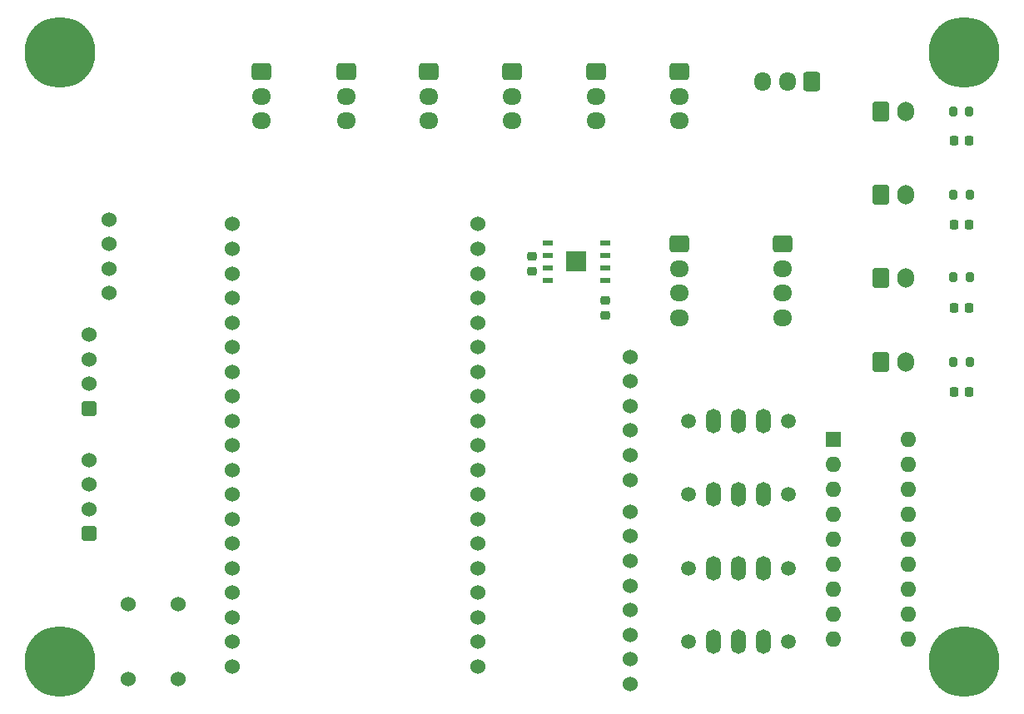
<source format=gts>
G04 #@! TF.GenerationSoftware,KiCad,Pcbnew,8.0.5*
G04 #@! TF.CreationDate,2024-10-17T19:22:02+09:00*
G04 #@! TF.ProjectId,circuit-esp32-base,63697263-7569-4742-9d65-737033322d62,rev?*
G04 #@! TF.SameCoordinates,Original*
G04 #@! TF.FileFunction,Soldermask,Top*
G04 #@! TF.FilePolarity,Negative*
%FSLAX46Y46*%
G04 Gerber Fmt 4.6, Leading zero omitted, Abs format (unit mm)*
G04 Created by KiCad (PCBNEW 8.0.5) date 2024-10-17 19:22:02*
%MOMM*%
%LPD*%
G01*
G04 APERTURE LIST*
G04 Aperture macros list*
%AMRoundRect*
0 Rectangle with rounded corners*
0 $1 Rounding radius*
0 $2 $3 $4 $5 $6 $7 $8 $9 X,Y pos of 4 corners*
0 Add a 4 corners polygon primitive as box body*
4,1,4,$2,$3,$4,$5,$6,$7,$8,$9,$2,$3,0*
0 Add four circle primitives for the rounded corners*
1,1,$1+$1,$2,$3*
1,1,$1+$1,$4,$5*
1,1,$1+$1,$6,$7*
1,1,$1+$1,$8,$9*
0 Add four rect primitives between the rounded corners*
20,1,$1+$1,$2,$3,$4,$5,0*
20,1,$1+$1,$4,$5,$6,$7,0*
20,1,$1+$1,$6,$7,$8,$9,0*
20,1,$1+$1,$8,$9,$2,$3,0*%
G04 Aperture macros list end*
%ADD10C,1.524000*%
%ADD11O,1.950000X1.700000*%
%ADD12RoundRect,0.250000X-0.725000X0.600000X-0.725000X-0.600000X0.725000X-0.600000X0.725000X0.600000X0*%
%ADD13RoundRect,0.218750X0.218750X0.256250X-0.218750X0.256250X-0.218750X-0.256250X0.218750X-0.256250X0*%
%ADD14RoundRect,0.200000X0.200000X0.275000X-0.200000X0.275000X-0.200000X-0.275000X0.200000X-0.275000X0*%
%ADD15O,1.500000X2.500000*%
%ADD16C,1.500000*%
%ADD17R,1.100000X0.500000*%
%ADD18R,2.000000X2.000000*%
%ADD19RoundRect,0.225000X0.250000X-0.225000X0.250000X0.225000X-0.250000X0.225000X-0.250000X-0.225000X0*%
%ADD20RoundRect,0.225000X-0.250000X0.225000X-0.250000X-0.225000X0.250000X-0.225000X0.250000X0.225000X0*%
%ADD21RoundRect,0.250000X-0.600000X-0.750000X0.600000X-0.750000X0.600000X0.750000X-0.600000X0.750000X0*%
%ADD22O,1.700000X2.000000*%
%ADD23RoundRect,0.250000X0.512000X-0.512000X0.512000X0.512000X-0.512000X0.512000X-0.512000X-0.512000X0*%
%ADD24C,7.200000*%
%ADD25R,1.600000X1.600000*%
%ADD26O,1.600000X1.600000*%
%ADD27RoundRect,0.250000X0.600000X0.725000X-0.600000X0.725000X-0.600000X-0.725000X0.600000X-0.725000X0*%
%ADD28O,1.700000X1.950000*%
G04 APERTURE END LIST*
D10*
X110960000Y-147310000D03*
X110960000Y-139690000D03*
X116040000Y-147310000D03*
X116040000Y-139690000D03*
D11*
X124500000Y-90500000D03*
X124500000Y-88000000D03*
D12*
X124500000Y-85500000D03*
X167000000Y-103000000D03*
D11*
X167000000Y-105500000D03*
X167000000Y-108000000D03*
X167000000Y-110500000D03*
D12*
X150000000Y-85500000D03*
D11*
X150000000Y-88000000D03*
X150000000Y-90500000D03*
D13*
X196500000Y-109525000D03*
X194925000Y-109525000D03*
X196500000Y-118025000D03*
X194925000Y-118025000D03*
D14*
X196537500Y-115025000D03*
X194887500Y-115025000D03*
X196542500Y-98025000D03*
X194892500Y-98025000D03*
D12*
X158500000Y-85500000D03*
D11*
X158500000Y-88000000D03*
X158500000Y-90500000D03*
D13*
X196500000Y-92525000D03*
X194925000Y-92525000D03*
D15*
X175580000Y-143500000D03*
X173040000Y-143500000D03*
X170500000Y-143500000D03*
D16*
X178120000Y-143500000D03*
X167960000Y-143500000D03*
D17*
X153650000Y-102870000D03*
X153650000Y-104140000D03*
X153650000Y-105410000D03*
X153650000Y-106680000D03*
X159450000Y-106680000D03*
X159450000Y-105410000D03*
X159450000Y-104140000D03*
X159450000Y-102870000D03*
D18*
X156550000Y-104775000D03*
D19*
X152000000Y-105775000D03*
X152000000Y-104225000D03*
D20*
X159500000Y-108725000D03*
X159500000Y-110275000D03*
D10*
X109000000Y-108000000D03*
X109000000Y-105500000D03*
X109000000Y-103000000D03*
X109000000Y-100500000D03*
D15*
X175580000Y-128500000D03*
X173040000Y-128500000D03*
X170500000Y-128500000D03*
D16*
X178120000Y-128500000D03*
X167960000Y-128500000D03*
D10*
X162000000Y-127000000D03*
X162000000Y-124500000D03*
X162000000Y-122000000D03*
X162000000Y-119500000D03*
X162000000Y-117000000D03*
X162000000Y-114500000D03*
D12*
X133100000Y-85500000D03*
D11*
X133100000Y-88000000D03*
X133100000Y-90500000D03*
D12*
X177500000Y-103000000D03*
D11*
X177500000Y-105500000D03*
X177500000Y-108000000D03*
X177500000Y-110500000D03*
D13*
X196500000Y-101025000D03*
X194925000Y-101025000D03*
D21*
X187500000Y-106500000D03*
D22*
X190000000Y-106500000D03*
D12*
X167000000Y-85500000D03*
D11*
X167000000Y-88000000D03*
X167000000Y-90500000D03*
D12*
X141500000Y-85500000D03*
D11*
X141500000Y-88000000D03*
X141500000Y-90500000D03*
D15*
X175580000Y-136000000D03*
X173040000Y-136000000D03*
X170500000Y-136000000D03*
D16*
X178120000Y-136000000D03*
X167960000Y-136000000D03*
D23*
X107000000Y-119750000D03*
D10*
X107000000Y-117250000D03*
X107000000Y-114750000D03*
X107000000Y-112250000D03*
D21*
X187500000Y-89500000D03*
D22*
X190000000Y-89500000D03*
D14*
X196500000Y-89560000D03*
X194850000Y-89560000D03*
D24*
X196000000Y-83500000D03*
X104000000Y-145500000D03*
D10*
X121500000Y-101000000D03*
X121500000Y-103500000D03*
X121500000Y-106000000D03*
X121500000Y-108500000D03*
X121500000Y-111000000D03*
X121500000Y-113500000D03*
X121500000Y-116000000D03*
X121500000Y-118500000D03*
X121500000Y-121000000D03*
X121500000Y-123500000D03*
X121500000Y-126000000D03*
X121500000Y-128500000D03*
X121500000Y-131000000D03*
X121500000Y-133500000D03*
X121500000Y-136000000D03*
X121500000Y-138500000D03*
X121500000Y-141000000D03*
X121500000Y-143500000D03*
X121500000Y-146000000D03*
X146500000Y-101000000D03*
X146500000Y-103500000D03*
X146500000Y-106000000D03*
X146500000Y-108500000D03*
X146500000Y-111000000D03*
X146500000Y-113500000D03*
X146500000Y-116000000D03*
X146500000Y-118500000D03*
X146500000Y-121000000D03*
X146500000Y-123500000D03*
X146500000Y-126000000D03*
X146500000Y-128500000D03*
X146500000Y-131000000D03*
X146500000Y-133500000D03*
X146500000Y-136000000D03*
X146500000Y-138500000D03*
X146500000Y-141000000D03*
X146500000Y-143500000D03*
X146500000Y-146000000D03*
D25*
X182700000Y-122850000D03*
D26*
X182700000Y-125390000D03*
X182700000Y-127930000D03*
X182700000Y-130470000D03*
X182700000Y-133010000D03*
X182700000Y-135550000D03*
X182700000Y-138090000D03*
X182700000Y-140630000D03*
X182700000Y-143170000D03*
X190320000Y-143170000D03*
X190320000Y-140630000D03*
X190320000Y-138090000D03*
X190320000Y-135550000D03*
X190320000Y-133010000D03*
X190320000Y-130470000D03*
X190320000Y-127930000D03*
X190320000Y-125390000D03*
X190320000Y-122850000D03*
D23*
X107000000Y-132500000D03*
D10*
X107000000Y-130000000D03*
X107000000Y-127500000D03*
X107000000Y-125000000D03*
D24*
X104000000Y-83500000D03*
D14*
X196542500Y-106400000D03*
X194892500Y-106400000D03*
D15*
X175580000Y-121000000D03*
X173040000Y-121000000D03*
X170500000Y-121000000D03*
D16*
X178120000Y-121000000D03*
X167960000Y-121000000D03*
D24*
X196000000Y-145500000D03*
D10*
X162000000Y-130250000D03*
X162000000Y-132750000D03*
X162000000Y-135250000D03*
X162000000Y-137750000D03*
X162000000Y-140250000D03*
X162000000Y-142750000D03*
X162000000Y-145250000D03*
X162000000Y-147750000D03*
D27*
X180500000Y-86500000D03*
D28*
X178000000Y-86500000D03*
X175500000Y-86500000D03*
D21*
X187500000Y-98000000D03*
D22*
X190000000Y-98000000D03*
D21*
X187500000Y-115000000D03*
D22*
X190000000Y-115000000D03*
M02*

</source>
